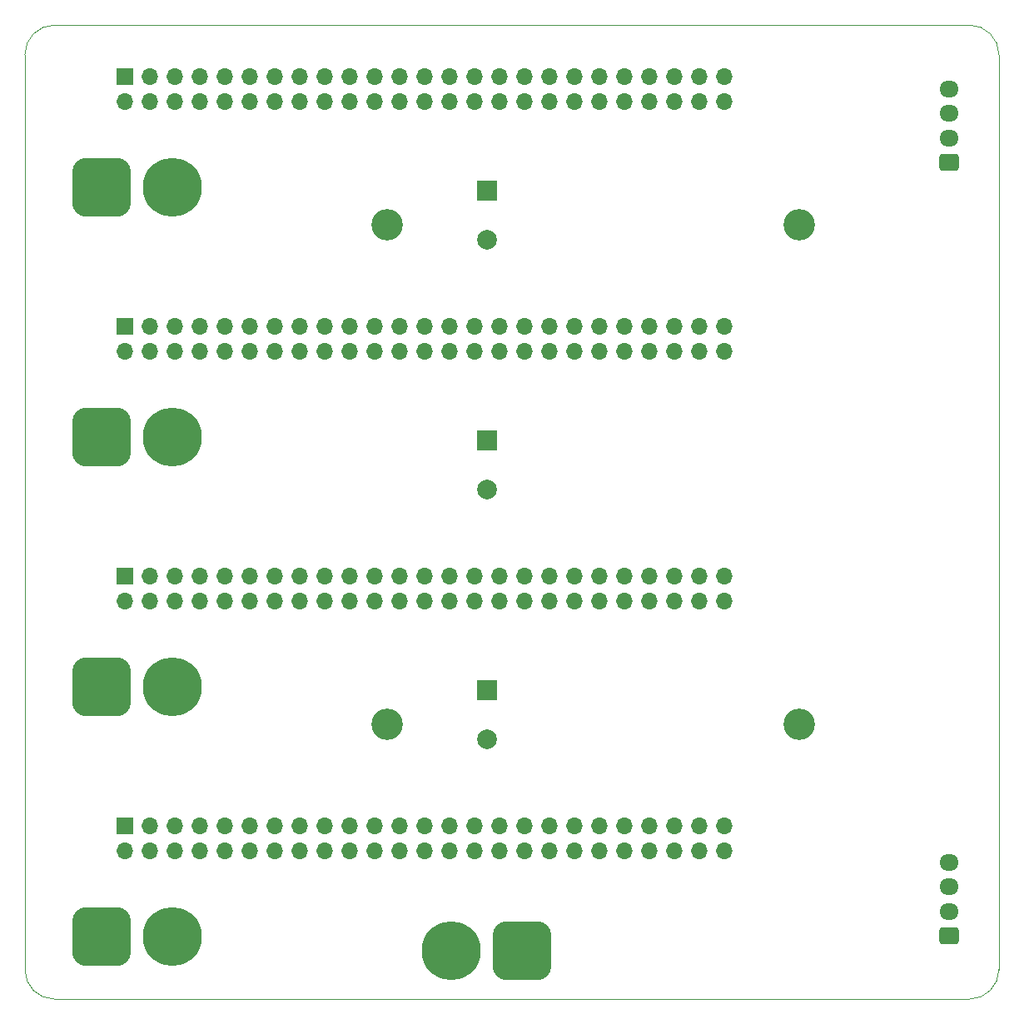
<source format=gbr>
%TF.GenerationSoftware,KiCad,Pcbnew,7.0.5*%
%TF.CreationDate,2024-03-06T22:54:21+09:00*%
%TF.ProjectId,blackMD_mother,626c6163-6b4d-4445-9f6d-6f746865722e,rev?*%
%TF.SameCoordinates,Original*%
%TF.FileFunction,Soldermask,Top*%
%TF.FilePolarity,Negative*%
%FSLAX46Y46*%
G04 Gerber Fmt 4.6, Leading zero omitted, Abs format (unit mm)*
G04 Created by KiCad (PCBNEW 7.0.5) date 2024-03-06 22:54:21*
%MOMM*%
%LPD*%
G01*
G04 APERTURE LIST*
G04 Aperture macros list*
%AMRoundRect*
0 Rectangle with rounded corners*
0 $1 Rounding radius*
0 $2 $3 $4 $5 $6 $7 $8 $9 X,Y pos of 4 corners*
0 Add a 4 corners polygon primitive as box body*
4,1,4,$2,$3,$4,$5,$6,$7,$8,$9,$2,$3,0*
0 Add four circle primitives for the rounded corners*
1,1,$1+$1,$2,$3*
1,1,$1+$1,$4,$5*
1,1,$1+$1,$6,$7*
1,1,$1+$1,$8,$9*
0 Add four rect primitives between the rounded corners*
20,1,$1+$1,$2,$3,$4,$5,0*
20,1,$1+$1,$4,$5,$6,$7,0*
20,1,$1+$1,$6,$7,$8,$9,0*
20,1,$1+$1,$8,$9,$2,$3,0*%
G04 Aperture macros list end*
%ADD10RoundRect,0.250000X0.725000X-0.600000X0.725000X0.600000X-0.725000X0.600000X-0.725000X-0.600000X0*%
%ADD11O,1.950000X1.700000*%
%ADD12C,3.200000*%
%ADD13RoundRect,1.500000X-1.500000X-1.500000X1.500000X-1.500000X1.500000X1.500000X-1.500000X1.500000X0*%
%ADD14C,6.000000*%
%ADD15R,1.700000X1.700000*%
%ADD16O,1.700000X1.700000*%
%ADD17RoundRect,1.500000X1.500000X1.500000X-1.500000X1.500000X-1.500000X-1.500000X1.500000X-1.500000X0*%
%ADD18R,2.000000X2.000000*%
%ADD19C,2.000000*%
%TA.AperFunction,Profile*%
%ADD20C,0.100000*%
%TD*%
G04 APERTURE END LIST*
D10*
%TO.C,I2C_IN*%
X186771323Y-147260000D03*
D11*
X186771323Y-144760000D03*
X186771323Y-142260000D03*
X186771323Y-139760000D03*
%TD*%
D10*
%TO.C,I2C_OUT*%
X186771323Y-68580000D03*
D11*
X186771323Y-66080000D03*
X186771323Y-63580000D03*
X186771323Y-61080000D03*
%TD*%
D12*
%TO.C,REF\u002A\u002A*%
X129621323Y-125730000D03*
%TD*%
D13*
%TO.C,Motor2_OUT*%
X100621323Y-121920000D03*
D14*
X107821323Y-121920000D03*
%TD*%
D15*
%TO.C,Motor2_MD*%
X102981323Y-110624677D03*
D16*
X102981323Y-113164677D03*
X105521323Y-110624677D03*
X105521323Y-113164677D03*
X108061323Y-110624677D03*
X108061323Y-113164677D03*
X110601323Y-110624677D03*
X110601323Y-113164677D03*
X113141323Y-110624677D03*
X113141323Y-113164677D03*
X115681323Y-110624677D03*
X115681323Y-113164677D03*
X118221323Y-110624677D03*
X118221323Y-113164677D03*
X120761323Y-110624677D03*
X120761323Y-113164677D03*
X123301323Y-110624677D03*
X123301323Y-113164677D03*
X125841323Y-110624677D03*
X125841323Y-113164677D03*
X128381323Y-110624677D03*
X128381323Y-113164677D03*
X130921323Y-110624677D03*
X130921323Y-113164677D03*
X133461323Y-110624677D03*
X133461323Y-113164677D03*
X136001323Y-110624677D03*
X136001323Y-113164677D03*
X138541323Y-110624677D03*
X138541323Y-113164677D03*
X141081323Y-110624677D03*
X141081323Y-113164677D03*
X143621323Y-110624677D03*
X143621323Y-113164677D03*
X146161323Y-110624677D03*
X146161323Y-113164677D03*
X148701323Y-110624677D03*
X148701323Y-113164677D03*
X151241323Y-110624677D03*
X151241323Y-113164677D03*
X153781323Y-110624677D03*
X153781323Y-113164677D03*
X156321323Y-110624677D03*
X156321323Y-113164677D03*
X158861323Y-110624677D03*
X158861323Y-113164677D03*
X161401323Y-110624677D03*
X161401323Y-113164677D03*
X163941323Y-110624677D03*
X163941323Y-113164677D03*
%TD*%
D12*
%TO.C,REF\u002A\u002A*%
X171531323Y-74930000D03*
%TD*%
D13*
%TO.C,Motor4_OUT*%
X100621323Y-71120000D03*
D14*
X107821323Y-71120000D03*
%TD*%
D17*
%TO.C,Power_IN*%
X143381323Y-148724677D03*
D14*
X136181323Y-148724677D03*
%TD*%
D13*
%TO.C,Motor3_OUT*%
X100621323Y-96520000D03*
D14*
X107821323Y-96520000D03*
%TD*%
D12*
%TO.C,REF\u002A\u002A*%
X129621323Y-74930000D03*
%TD*%
D15*
%TO.C,Motor4_MD*%
X102951323Y-59824677D03*
D16*
X102951323Y-62364677D03*
X105491323Y-59824677D03*
X105491323Y-62364677D03*
X108031323Y-59824677D03*
X108031323Y-62364677D03*
X110571323Y-59824677D03*
X110571323Y-62364677D03*
X113111323Y-59824677D03*
X113111323Y-62364677D03*
X115651323Y-59824677D03*
X115651323Y-62364677D03*
X118191323Y-59824677D03*
X118191323Y-62364677D03*
X120731323Y-59824677D03*
X120731323Y-62364677D03*
X123271323Y-59824677D03*
X123271323Y-62364677D03*
X125811323Y-59824677D03*
X125811323Y-62364677D03*
X128351323Y-59824677D03*
X128351323Y-62364677D03*
X130891323Y-59824677D03*
X130891323Y-62364677D03*
X133431323Y-59824677D03*
X133431323Y-62364677D03*
X135971323Y-59824677D03*
X135971323Y-62364677D03*
X138511323Y-59824677D03*
X138511323Y-62364677D03*
X141051323Y-59824677D03*
X141051323Y-62364677D03*
X143591323Y-59824677D03*
X143591323Y-62364677D03*
X146131323Y-59824677D03*
X146131323Y-62364677D03*
X148671323Y-59824677D03*
X148671323Y-62364677D03*
X151211323Y-59824677D03*
X151211323Y-62364677D03*
X153751323Y-59824677D03*
X153751323Y-62364677D03*
X156291323Y-59824677D03*
X156291323Y-62364677D03*
X158831323Y-59824677D03*
X158831323Y-62364677D03*
X161371323Y-59824677D03*
X161371323Y-62364677D03*
X163911323Y-59824677D03*
X163911323Y-62364677D03*
%TD*%
D18*
%TO.C,C2*%
X139781323Y-96827000D03*
D19*
X139781323Y-101827000D03*
%TD*%
D18*
%TO.C,C3*%
X139781323Y-71427000D03*
D19*
X139781323Y-76427000D03*
%TD*%
D15*
%TO.C,Motor3_MD*%
X102951323Y-85224677D03*
D16*
X102951323Y-87764677D03*
X105491323Y-85224677D03*
X105491323Y-87764677D03*
X108031323Y-85224677D03*
X108031323Y-87764677D03*
X110571323Y-85224677D03*
X110571323Y-87764677D03*
X113111323Y-85224677D03*
X113111323Y-87764677D03*
X115651323Y-85224677D03*
X115651323Y-87764677D03*
X118191323Y-85224677D03*
X118191323Y-87764677D03*
X120731323Y-85224677D03*
X120731323Y-87764677D03*
X123271323Y-85224677D03*
X123271323Y-87764677D03*
X125811323Y-85224677D03*
X125811323Y-87764677D03*
X128351323Y-85224677D03*
X128351323Y-87764677D03*
X130891323Y-85224677D03*
X130891323Y-87764677D03*
X133431323Y-85224677D03*
X133431323Y-87764677D03*
X135971323Y-85224677D03*
X135971323Y-87764677D03*
X138511323Y-85224677D03*
X138511323Y-87764677D03*
X141051323Y-85224677D03*
X141051323Y-87764677D03*
X143591323Y-85224677D03*
X143591323Y-87764677D03*
X146131323Y-85224677D03*
X146131323Y-87764677D03*
X148671323Y-85224677D03*
X148671323Y-87764677D03*
X151211323Y-85224677D03*
X151211323Y-87764677D03*
X153751323Y-85224677D03*
X153751323Y-87764677D03*
X156291323Y-85224677D03*
X156291323Y-87764677D03*
X158831323Y-85224677D03*
X158831323Y-87764677D03*
X161371323Y-85224677D03*
X161371323Y-87764677D03*
X163911323Y-85224677D03*
X163911323Y-87764677D03*
%TD*%
D12*
%TO.C,REF\u002A\u002A*%
X171531323Y-125730000D03*
%TD*%
D18*
%TO.C,C1*%
X139781323Y-122227000D03*
D19*
X139781323Y-127227000D03*
%TD*%
D13*
%TO.C,Motor1_OUT*%
X100621323Y-147320000D03*
D14*
X107821323Y-147320000D03*
%TD*%
D15*
%TO.C,Motor1_MD*%
X102951323Y-136024677D03*
D16*
X102951323Y-138564677D03*
X105491323Y-136024677D03*
X105491323Y-138564677D03*
X108031323Y-136024677D03*
X108031323Y-138564677D03*
X110571323Y-136024677D03*
X110571323Y-138564677D03*
X113111323Y-136024677D03*
X113111323Y-138564677D03*
X115651323Y-136024677D03*
X115651323Y-138564677D03*
X118191323Y-136024677D03*
X118191323Y-138564677D03*
X120731323Y-136024677D03*
X120731323Y-138564677D03*
X123271323Y-136024677D03*
X123271323Y-138564677D03*
X125811323Y-136024677D03*
X125811323Y-138564677D03*
X128351323Y-136024677D03*
X128351323Y-138564677D03*
X130891323Y-136024677D03*
X130891323Y-138564677D03*
X133431323Y-136024677D03*
X133431323Y-138564677D03*
X135971323Y-136024677D03*
X135971323Y-138564677D03*
X138511323Y-136024677D03*
X138511323Y-138564677D03*
X141051323Y-136024677D03*
X141051323Y-138564677D03*
X143591323Y-136024677D03*
X143591323Y-138564677D03*
X146131323Y-136024677D03*
X146131323Y-138564677D03*
X148671323Y-136024677D03*
X148671323Y-138564677D03*
X151211323Y-136024677D03*
X151211323Y-138564677D03*
X153751323Y-136024677D03*
X153751323Y-138564677D03*
X156291323Y-136024677D03*
X156291323Y-138564677D03*
X158831323Y-136024677D03*
X158831323Y-138564677D03*
X161371323Y-136024677D03*
X161371323Y-138564677D03*
X163911323Y-136024677D03*
X163911323Y-138564677D03*
%TD*%
D20*
X191851300Y-57610000D02*
G75*
G03*
X188851323Y-54610000I-3000000J0D01*
G01*
X92791323Y-57610000D02*
X92791323Y-150670000D01*
X92791300Y-150670000D02*
G75*
G03*
X95791323Y-153670000I3000000J0D01*
G01*
X95791323Y-54610023D02*
G75*
G03*
X92791323Y-57610000I-23J-2999977D01*
G01*
X188851323Y-54610000D02*
X95791323Y-54610000D01*
X188851323Y-153670023D02*
G75*
G03*
X191851323Y-150670000I-23J3000023D01*
G01*
X95791323Y-153670000D02*
X188851323Y-153670000D01*
X191851323Y-150670000D02*
X191851323Y-57610000D01*
M02*

</source>
